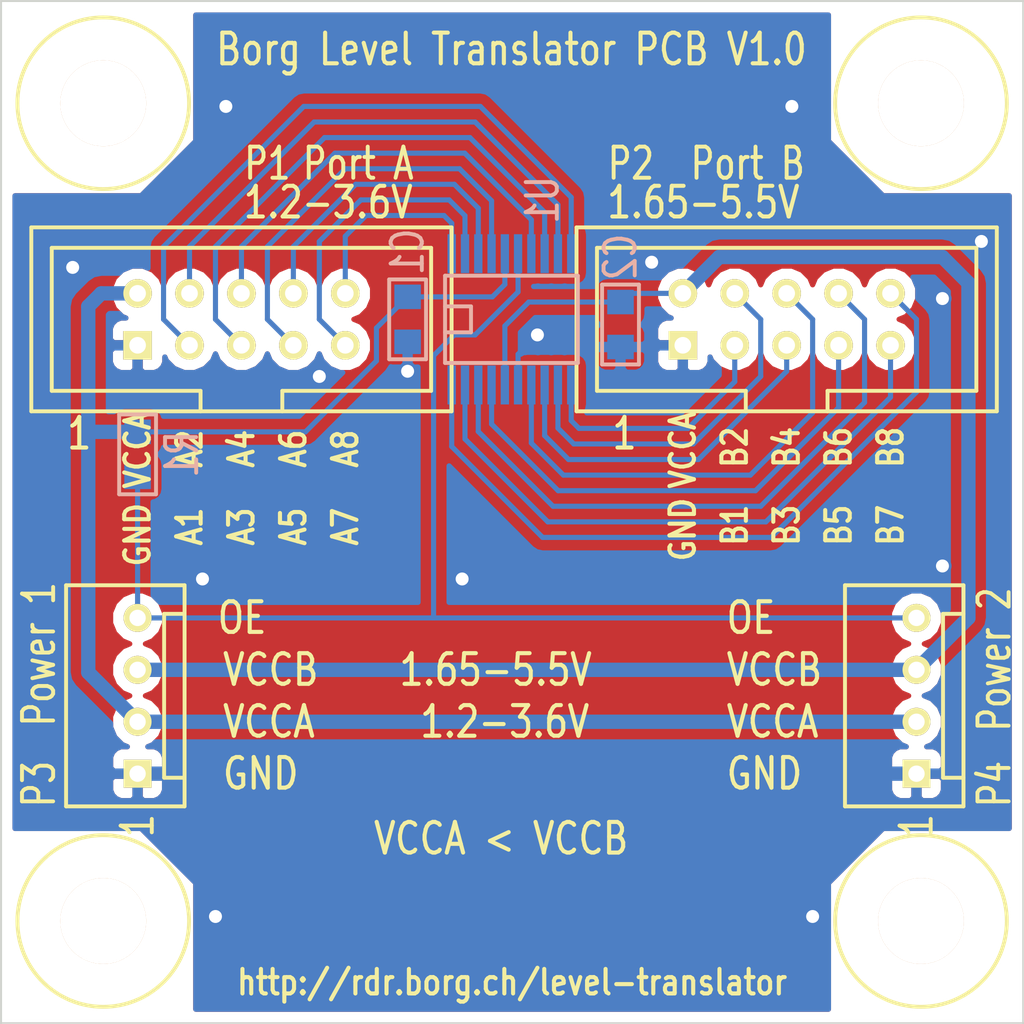
<source format=kicad_pcb>
(kicad_pcb (version 4) (host pcbnew 4.0.2+dfsg1-stable)

  (general
    (links 48)
    (no_connects 0)
    (area 99.949999 98.36745 150.050001 150.050001)
    (thickness 1.6)
    (drawings 41)
    (tracks 128)
    (zones 0)
    (modules 26)
    (nets 21)
  )

  (page A4)
  (layers
    (0 F.Cu signal)
    (31 B.Cu signal)
    (32 B.Adhes user)
    (33 F.Adhes user)
    (34 B.Paste user)
    (35 F.Paste user)
    (36 B.SilkS user)
    (37 F.SilkS user)
    (38 B.Mask user)
    (39 F.Mask user)
    (40 Dwgs.User user)
    (41 Cmts.User user)
    (42 Eco1.User user)
    (43 Eco2.User user)
    (44 Edge.Cuts user)
    (45 Margin user)
    (46 B.CrtYd user)
    (47 F.CrtYd user)
    (48 B.Fab user)
    (49 F.Fab user)
  )

  (setup
    (last_trace_width 0.25)
    (user_trace_width 0.25)
    (trace_clearance 0.2)
    (zone_clearance 0.508)
    (zone_45_only no)
    (trace_min 0.2)
    (segment_width 0.2)
    (edge_width 0.1)
    (via_size 0.6)
    (via_drill 0.4)
    (via_min_size 0.4)
    (via_min_drill 0.3)
    (uvia_size 0.3)
    (uvia_drill 0.1)
    (uvias_allowed no)
    (uvia_min_size 0.2)
    (uvia_min_drill 0.1)
    (pcb_text_width 0.3)
    (pcb_text_size 1.5 1.5)
    (mod_edge_width 0.15)
    (mod_text_size 1 1)
    (mod_text_width 0.15)
    (pad_size 1.5 1.5)
    (pad_drill 0.6)
    (pad_to_mask_clearance 0)
    (aux_axis_origin 0 0)
    (visible_elements FFFFFF7F)
    (pcbplotparams
      (layerselection 0x010fc_80000001)
      (usegerberextensions false)
      (excludeedgelayer true)
      (linewidth 0.100000)
      (plotframeref false)
      (viasonmask false)
      (mode 1)
      (useauxorigin false)
      (hpglpennumber 1)
      (hpglpenspeed 20)
      (hpglpendiameter 15)
      (hpglpenoverlay 2)
      (psnegative false)
      (psa4output false)
      (plotreference true)
      (plotvalue true)
      (plotinvisibletext false)
      (padsonsilk false)
      (subtractmaskfromsilk false)
      (outputformat 1)
      (mirror false)
      (drillshape 0)
      (scaleselection 1)
      (outputdirectory production))
  )

  (net 0 "")
  (net 1 GND)
  (net 2 "Net-(P1-Pad3)")
  (net 3 "Net-(P1-Pad5)")
  (net 4 "Net-(P1-Pad7)")
  (net 5 "Net-(P1-Pad9)")
  (net 6 /VCCA)
  (net 7 "Net-(P1-Pad4)")
  (net 8 "Net-(P1-Pad6)")
  (net 9 "Net-(P1-Pad8)")
  (net 10 "Net-(P1-Pad10)")
  (net 11 "Net-(P2-Pad3)")
  (net 12 "Net-(P2-Pad5)")
  (net 13 "Net-(P2-Pad7)")
  (net 14 "Net-(P2-Pad9)")
  (net 15 /VCCB)
  (net 16 "Net-(P2-Pad4)")
  (net 17 "Net-(P2-Pad6)")
  (net 18 "Net-(P2-Pad8)")
  (net 19 "Net-(P2-Pad10)")
  (net 20 /OE)

  (net_class Default "This is the default net class."
    (clearance 0.2)
    (trace_width 0.25)
    (via_dia 0.6)
    (via_drill 0.4)
    (uvia_dia 0.3)
    (uvia_drill 0.1)
    (add_net /OE)
    (add_net "Net-(P1-Pad10)")
    (add_net "Net-(P1-Pad3)")
    (add_net "Net-(P1-Pad4)")
    (add_net "Net-(P1-Pad5)")
    (add_net "Net-(P1-Pad6)")
    (add_net "Net-(P1-Pad7)")
    (add_net "Net-(P1-Pad8)")
    (add_net "Net-(P1-Pad9)")
    (add_net "Net-(P2-Pad10)")
    (add_net "Net-(P2-Pad3)")
    (add_net "Net-(P2-Pad4)")
    (add_net "Net-(P2-Pad5)")
    (add_net "Net-(P2-Pad6)")
    (add_net "Net-(P2-Pad7)")
    (add_net "Net-(P2-Pad8)")
    (add_net "Net-(P2-Pad9)")
  )

  (net_class Power ""
    (clearance 0.2)
    (trace_width 0.7)
    (via_dia 0.6)
    (via_drill 0.4)
    (uvia_dia 0.3)
    (uvia_drill 0.1)
    (add_net /VCCA)
    (add_net /VCCB)
    (add_net GND)
  )

  (module p_gen_conn:P_10_IDC (layer F.Cu) (tedit 57EDD03B) (tstamp 57B08537)
    (at 111.76 115.57)
    (descr "Module P_10_IDC, IDC connector, 10 pins")
    (path /57B084AC)
    (fp_text reference P1 (at 1.27 -7.62) (layer F.SilkS)
      (effects (font (size 1.524 1.143) (thickness 0.1905)))
    )
    (fp_text value "Port A" (at 5.715 -7.62) (layer F.SilkS)
      (effects (font (size 1.524 1.143) (thickness 0.1905)))
    )
    (fp_line (start -10.27938 4.49834) (end 10.27938 4.49834) (layer F.SilkS) (width 0.1905))
    (fp_line (start 10.27938 4.49834) (end 10.27938 -4.49834) (layer F.SilkS) (width 0.1905))
    (fp_line (start 10.27938 -4.49834) (end -10.27938 -4.49834) (layer F.SilkS) (width 0.1905))
    (fp_line (start -10.27938 -4.49834) (end -10.27938 4.49834) (layer F.SilkS) (width 0.1905))
    (fp_line (start 1.99898 4.49834) (end 1.99898 3.49758) (layer F.SilkS) (width 0.1905))
    (fp_line (start 1.99898 3.49758) (end 9.27862 3.49758) (layer F.SilkS) (width 0.1905))
    (fp_line (start 9.27862 3.49758) (end 9.27862 -3.49758) (layer F.SilkS) (width 0.1905))
    (fp_line (start 9.27862 -3.49758) (end -9.27862 -3.49758) (layer F.SilkS) (width 0.1905))
    (fp_line (start -9.27862 -3.49758) (end -9.27862 3.49758) (layer F.SilkS) (width 0.1905))
    (fp_line (start -9.27862 3.49758) (end -1.99898 3.49758) (layer F.SilkS) (width 0.1905))
    (fp_line (start -1.99898 3.49758) (end -1.99898 4.49834) (layer F.SilkS) (width 0.1905))
    (pad 1 thru_hole rect (at -5.08 1.27) (size 1.397 1.397) (drill 0.8128) (layers *.Cu *.Mask F.SilkS)
      (net 1 GND))
    (pad 3 thru_hole circle (at -2.54 1.27) (size 1.397 1.397) (drill 0.8128) (layers *.Cu *.Mask F.SilkS)
      (net 2 "Net-(P1-Pad3)"))
    (pad 5 thru_hole circle (at 0 1.27) (size 1.397 1.397) (drill 0.8128) (layers *.Cu *.Mask F.SilkS)
      (net 3 "Net-(P1-Pad5)"))
    (pad 7 thru_hole circle (at 2.54 1.27) (size 1.397 1.397) (drill 0.8128) (layers *.Cu *.Mask F.SilkS)
      (net 4 "Net-(P1-Pad7)"))
    (pad 9 thru_hole circle (at 5.08 1.27) (size 1.397 1.397) (drill 0.8128) (layers *.Cu *.Mask F.SilkS)
      (net 5 "Net-(P1-Pad9)"))
    (pad 2 thru_hole circle (at -5.08 -1.27) (size 1.397 1.397) (drill 0.8128) (layers *.Cu *.Mask F.SilkS)
      (net 6 /VCCA))
    (pad 4 thru_hole circle (at -2.54 -1.27) (size 1.397 1.397) (drill 0.8128) (layers *.Cu *.Mask F.SilkS)
      (net 7 "Net-(P1-Pad4)"))
    (pad 6 thru_hole circle (at 0 -1.27) (size 1.397 1.397) (drill 0.8128) (layers *.Cu *.Mask F.SilkS)
      (net 8 "Net-(P1-Pad6)"))
    (pad 8 thru_hole circle (at 2.54 -1.27) (size 1.397 1.397) (drill 0.8128) (layers *.Cu *.Mask F.SilkS)
      (net 9 "Net-(P1-Pad8)"))
    (pad 10 thru_hole circle (at 5.08 -1.27) (size 1.397 1.397) (drill 0.8128) (layers *.Cu *.Mask F.SilkS)
      (net 10 "Net-(P1-Pad10)"))
  )

  (module p_gen_conn:P_10_IDC (layer F.Cu) (tedit 57EDD046) (tstamp 57B08550)
    (at 138.43 115.57)
    (descr "Module P_10_IDC, IDC connector, 10 pins")
    (path /57B085B1)
    (fp_text reference P2 (at -7.62 -7.62) (layer F.SilkS)
      (effects (font (size 1.524 1.143) (thickness 0.1905)))
    )
    (fp_text value "Port B" (at -1.905 -7.62) (layer F.SilkS)
      (effects (font (size 1.524 1.143) (thickness 0.1905)))
    )
    (fp_line (start -10.27938 4.49834) (end 10.27938 4.49834) (layer F.SilkS) (width 0.1905))
    (fp_line (start 10.27938 4.49834) (end 10.27938 -4.49834) (layer F.SilkS) (width 0.1905))
    (fp_line (start 10.27938 -4.49834) (end -10.27938 -4.49834) (layer F.SilkS) (width 0.1905))
    (fp_line (start -10.27938 -4.49834) (end -10.27938 4.49834) (layer F.SilkS) (width 0.1905))
    (fp_line (start 1.99898 4.49834) (end 1.99898 3.49758) (layer F.SilkS) (width 0.1905))
    (fp_line (start 1.99898 3.49758) (end 9.27862 3.49758) (layer F.SilkS) (width 0.1905))
    (fp_line (start 9.27862 3.49758) (end 9.27862 -3.49758) (layer F.SilkS) (width 0.1905))
    (fp_line (start 9.27862 -3.49758) (end -9.27862 -3.49758) (layer F.SilkS) (width 0.1905))
    (fp_line (start -9.27862 -3.49758) (end -9.27862 3.49758) (layer F.SilkS) (width 0.1905))
    (fp_line (start -9.27862 3.49758) (end -1.99898 3.49758) (layer F.SilkS) (width 0.1905))
    (fp_line (start -1.99898 3.49758) (end -1.99898 4.49834) (layer F.SilkS) (width 0.1905))
    (pad 1 thru_hole rect (at -5.08 1.27) (size 1.397 1.397) (drill 0.8128) (layers *.Cu *.Mask F.SilkS)
      (net 1 GND))
    (pad 3 thru_hole circle (at -2.54 1.27) (size 1.397 1.397) (drill 0.8128) (layers *.Cu *.Mask F.SilkS)
      (net 11 "Net-(P2-Pad3)"))
    (pad 5 thru_hole circle (at 0 1.27) (size 1.397 1.397) (drill 0.8128) (layers *.Cu *.Mask F.SilkS)
      (net 12 "Net-(P2-Pad5)"))
    (pad 7 thru_hole circle (at 2.54 1.27) (size 1.397 1.397) (drill 0.8128) (layers *.Cu *.Mask F.SilkS)
      (net 13 "Net-(P2-Pad7)"))
    (pad 9 thru_hole circle (at 5.08 1.27) (size 1.397 1.397) (drill 0.8128) (layers *.Cu *.Mask F.SilkS)
      (net 14 "Net-(P2-Pad9)"))
    (pad 2 thru_hole circle (at -5.08 -1.27) (size 1.397 1.397) (drill 0.8128) (layers *.Cu *.Mask F.SilkS)
      (net 15 /VCCB))
    (pad 4 thru_hole circle (at -2.54 -1.27) (size 1.397 1.397) (drill 0.8128) (layers *.Cu *.Mask F.SilkS)
      (net 16 "Net-(P2-Pad4)"))
    (pad 6 thru_hole circle (at 0 -1.27) (size 1.397 1.397) (drill 0.8128) (layers *.Cu *.Mask F.SilkS)
      (net 17 "Net-(P2-Pad6)"))
    (pad 8 thru_hole circle (at 2.54 -1.27) (size 1.397 1.397) (drill 0.8128) (layers *.Cu *.Mask F.SilkS)
      (net 18 "Net-(P2-Pad8)"))
    (pad 10 thru_hole circle (at 5.08 -1.27) (size 1.397 1.397) (drill 0.8128) (layers *.Cu *.Mask F.SilkS)
      (net 19 "Net-(P2-Pad10)"))
  )

  (module p_gen_conn:P_4_KF2510 (layer F.Cu) (tedit 57B09720) (tstamp 57B08560)
    (at 106.68 133.985 90)
    (descr "Module P_4_KF2510, KF2510 connector 4 pins")
    (path /57B09235)
    (fp_text reference P3 (at -4.318 -4.826 90) (layer F.SilkS)
      (effects (font (size 1.524 1.143) (thickness 0.1905)))
    )
    (fp_text value "Power 1" (at 2.032 -4.826 90) (layer F.SilkS)
      (effects (font (size 1.524 1.143) (thickness 0.1905)))
    )
    (fp_text user 1 (at -6.35 0 90) (layer F.SilkS)
      (effects (font (size 1.524 1.143) (thickness 0.1905)))
    )
    (fp_line (start -5.40766 2.2987) (end 5.40766 2.2987) (layer F.SilkS) (width 0.1905))
    (fp_line (start 5.40766 2.2987) (end 5.40766 -3.49758) (layer F.SilkS) (width 0.1905))
    (fp_line (start 5.40766 -3.49758) (end -5.40766 -3.49758) (layer F.SilkS) (width 0.1905))
    (fp_line (start -5.40766 -3.49758) (end -5.40766 2.2987) (layer F.SilkS) (width 0.1905))
    (fp_line (start -4.00812 2.2987) (end -4.00812 1.29794) (layer F.SilkS) (width 0.1905))
    (fp_line (start -4.00812 1.29794) (end 4.00812 1.29794) (layer F.SilkS) (width 0.1905))
    (fp_line (start 4.00812 1.29794) (end 4.00812 2.2987) (layer F.SilkS) (width 0.1905))
    (pad 1 thru_hole rect (at -3.81 0 90) (size 1.36906 1.36906) (drill 0.79756) (layers *.Cu *.Mask F.SilkS)
      (net 1 GND))
    (pad 2 thru_hole circle (at -1.27 0 90) (size 1.36906 1.36906) (drill 0.79756) (layers *.Cu *.Mask F.SilkS)
      (net 6 /VCCA))
    (pad 3 thru_hole circle (at 1.27 0 90) (size 1.36906 1.36906) (drill 0.79756) (layers *.Cu *.Mask F.SilkS)
      (net 15 /VCCB))
    (pad 4 thru_hole circle (at 3.81 0 90) (size 1.36906 1.36906) (drill 0.79756) (layers *.Cu *.Mask F.SilkS)
      (net 20 /OE))
  )

  (module p_gen_conn:P_4_KF2510 (layer F.Cu) (tedit 57B09724) (tstamp 57B08570)
    (at 144.78 133.985 90)
    (descr "Module P_4_KF2510, KF2510 connector 4 pins")
    (path /57B09BCB)
    (fp_text reference P4 (at -4.318 3.81 90) (layer F.SilkS)
      (effects (font (size 1.524 1.143) (thickness 0.1905)))
    )
    (fp_text value "Power 2" (at 1.778 3.81 90) (layer F.SilkS)
      (effects (font (size 1.524 1.143) (thickness 0.1905)))
    )
    (fp_text user 1 (at -6.35 0 90) (layer F.SilkS)
      (effects (font (size 1.524 1.143) (thickness 0.1905)))
    )
    (fp_line (start -5.40766 2.2987) (end 5.40766 2.2987) (layer F.SilkS) (width 0.1905))
    (fp_line (start 5.40766 2.2987) (end 5.40766 -3.49758) (layer F.SilkS) (width 0.1905))
    (fp_line (start 5.40766 -3.49758) (end -5.40766 -3.49758) (layer F.SilkS) (width 0.1905))
    (fp_line (start -5.40766 -3.49758) (end -5.40766 2.2987) (layer F.SilkS) (width 0.1905))
    (fp_line (start -4.00812 2.2987) (end -4.00812 1.29794) (layer F.SilkS) (width 0.1905))
    (fp_line (start -4.00812 1.29794) (end 4.00812 1.29794) (layer F.SilkS) (width 0.1905))
    (fp_line (start 4.00812 1.29794) (end 4.00812 2.2987) (layer F.SilkS) (width 0.1905))
    (pad 1 thru_hole rect (at -3.81 0 90) (size 1.36906 1.36906) (drill 0.79756) (layers *.Cu *.Mask F.SilkS)
      (net 1 GND))
    (pad 2 thru_hole circle (at -1.27 0 90) (size 1.36906 1.36906) (drill 0.79756) (layers *.Cu *.Mask F.SilkS)
      (net 6 /VCCA))
    (pad 3 thru_hole circle (at 1.27 0 90) (size 1.36906 1.36906) (drill 0.79756) (layers *.Cu *.Mask F.SilkS)
      (net 15 /VCCB))
    (pad 4 thru_hole circle (at 3.81 0 90) (size 1.36906 1.36906) (drill 0.79756) (layers *.Cu *.Mask F.SilkS)
      (net 20 /OE))
  )

  (module r_gen:R_SMT0805 (layer B.Cu) (tedit 200000) (tstamp 57B0857A)
    (at 106.68 122.174 270)
    (descr "Module R_SMT0805, length 3400 pad length 1200 width 1300")
    (path /57B09128)
    (fp_text reference R1 (at 0 -2.1717 270) (layer B.SilkS)
      (effects (font (size 1.524 1.143) (thickness 0.1905)) (justify mirror))
    )
    (fp_text value 10k (at 0 2.1717 270) (layer B.SilkS) hide
      (effects (font (size 1.524 1.143) (thickness 0.1905)) (justify mirror))
    )
    (fp_line (start -1.95326 -0.9017) (end 1.95326 -0.9017) (layer B.SilkS) (width 0.1905))
    (fp_line (start 1.95326 -0.9017) (end 1.95326 0.9017) (layer B.SilkS) (width 0.1905))
    (fp_line (start 1.95326 0.9017) (end -1.95326 0.9017) (layer B.SilkS) (width 0.1905))
    (fp_line (start -1.95326 0.9017) (end -1.95326 -0.9017) (layer B.SilkS) (width 0.1905))
    (pad 1 smd rect (at -1.09982 0 270) (size 1.19888 1.29794) (layers B.Cu B.Paste B.Mask)
      (net 6 /VCCA))
    (pad 2 smd rect (at 1.09982 0 270) (size 1.19888 1.29794) (layers B.Cu B.Paste B.Mask)
      (net 20 /OE))
  )

  (module u_gen_smt:U_20_SSOP65 (layer B.Cu) (tedit 57B08D78) (tstamp 57B08599)
    (at 124.968 115.57)
    (descr "Module SSOP65, 20 Pins")
    (tags SSOP65)
    (path /57B077CC)
    (fp_text reference U1 (at 1.524 -5.842 270) (layer B.SilkS)
      (effects (font (size 1.524 1.143) (thickness 0.1905)) (justify mirror))
    )
    (fp_text value TXB0108 (at 4.9403 0) (layer B.SilkS) hide
      (effects (font (size 1.524 1.143) (thickness 0.1905)) (justify mirror))
    )
    (fp_line (start -3.24866 2.1336) (end 3.24866 2.1336) (layer B.SilkS) (width 0.1905))
    (fp_line (start 3.24866 2.1336) (end 3.24866 -2.1336) (layer B.SilkS) (width 0.1905))
    (fp_line (start 3.24866 -2.1336) (end -3.24866 -2.1336) (layer B.SilkS) (width 0.1905))
    (fp_line (start -3.24866 -2.1336) (end -3.24866 2.1336) (layer B.SilkS) (width 0.1905))
    (fp_line (start -3.24866 0.635) (end -1.97866 0.635) (layer B.SilkS) (width 0.1905))
    (fp_line (start -1.97866 0.635) (end -1.97866 -0.635) (layer B.SilkS) (width 0.1905))
    (fp_line (start -1.97866 -0.635) (end -3.24866 -0.635) (layer B.SilkS) (width 0.1905))
    (pad 1 smd rect (at -2.92354 -3.21056) (size 0.4064 1.905) (layers B.Cu B.Paste B.Mask)
      (net 10 "Net-(P1-Pad10)"))
    (pad 2 smd rect (at -2.2733 -3.21056) (size 0.4064 1.905) (layers B.Cu B.Paste B.Mask)
      (net 5 "Net-(P1-Pad9)"))
    (pad 3 smd rect (at -1.62306 -3.21056) (size 0.4064 1.905) (layers B.Cu B.Paste B.Mask)
      (net 9 "Net-(P1-Pad8)"))
    (pad 4 smd rect (at -0.97282 -3.21056) (size 0.4064 1.905) (layers B.Cu B.Paste B.Mask)
      (net 4 "Net-(P1-Pad7)"))
    (pad 5 smd rect (at -0.32258 -3.21056) (size 0.4064 1.905) (layers B.Cu B.Paste B.Mask)
      (net 6 /VCCA))
    (pad 6 smd rect (at 0.32258 -3.21056) (size 0.4064 1.905) (layers B.Cu B.Paste B.Mask)
      (net 20 /OE))
    (pad 7 smd rect (at 0.97282 -3.21056) (size 0.4064 1.905) (layers B.Cu B.Paste B.Mask)
      (net 8 "Net-(P1-Pad6)"))
    (pad 8 smd rect (at 1.62306 -3.21056) (size 0.4064 1.905) (layers B.Cu B.Paste B.Mask)
      (net 3 "Net-(P1-Pad5)"))
    (pad 9 smd rect (at 2.2733 -3.21056) (size 0.4064 1.905) (layers B.Cu B.Paste B.Mask)
      (net 7 "Net-(P1-Pad4)"))
    (pad 10 smd rect (at 2.92354 -3.21056) (size 0.4064 1.905) (layers B.Cu B.Paste B.Mask)
      (net 2 "Net-(P1-Pad3)"))
    (pad 11 smd rect (at 2.92354 3.21056) (size 0.4064 1.905) (layers B.Cu B.Paste B.Mask)
      (net 11 "Net-(P2-Pad3)"))
    (pad 12 smd rect (at 2.2733 3.21056) (size 0.4064 1.905) (layers B.Cu B.Paste B.Mask)
      (net 16 "Net-(P2-Pad4)"))
    (pad 13 smd rect (at 1.62306 3.21056) (size 0.4064 1.905) (layers B.Cu B.Paste B.Mask)
      (net 12 "Net-(P2-Pad5)"))
    (pad 14 smd rect (at 0.97282 3.21056) (size 0.4064 1.905) (layers B.Cu B.Paste B.Mask)
      (net 17 "Net-(P2-Pad6)"))
    (pad 15 smd rect (at 0.32258 3.21056) (size 0.4064 1.905) (layers B.Cu B.Paste B.Mask)
      (net 1 GND))
    (pad 16 smd rect (at -0.32258 3.21056) (size 0.4064 1.905) (layers B.Cu B.Paste B.Mask)
      (net 15 /VCCB))
    (pad 17 smd rect (at -0.97282 3.21056) (size 0.4064 1.905) (layers B.Cu B.Paste B.Mask)
      (net 13 "Net-(P2-Pad7)"))
    (pad 18 smd rect (at -1.62306 3.21056) (size 0.4064 1.905) (layers B.Cu B.Paste B.Mask)
      (net 18 "Net-(P2-Pad8)"))
    (pad 19 smd rect (at -2.2733 3.21056) (size 0.4064 1.905) (layers B.Cu B.Paste B.Mask)
      (net 14 "Net-(P2-Pad9)"))
    (pad 20 smd rect (at -2.92354 3.21056) (size 0.4064 1.905) (layers B.Cu B.Paste B.Mask)
      (net 19 "Net-(P2-Pad10)"))
  )

  (module mech_gen:HOLE_4_2MM_8_4 (layer F.Cu) (tedit 57B0861A) (tstamp 57B0862F)
    (at 105 105)
    (descr "Module HOLE_4_2MM_8_4, hole 4.200000MM, space 8.400000")
    (path /57B0A7B8)
    (fp_text reference M1 (at 0 -5.08) (layer F.SilkS) hide
      (effects (font (size 1.524 1.143) (thickness 0.1905)))
    )
    (fp_text value HOLE (at 0 0) (layer F.SilkS) hide
      (effects (font (thickness 0.15)))
    )
    (fp_circle (center 0 0) (end 4.19862 0) (layer F.SilkS) (width 0.1905))
    (pad "" np_thru_hole circle (at 0 0) (size 4.19862 4.19862) (drill 4.19862) (layers *.Cu *.SilkS *.Mask))
  )

  (module mech_gen:HOLE_4_2MM_8_4 (layer F.Cu) (tedit 57B08613) (tstamp 57B08635)
    (at 145 105)
    (descr "Module HOLE_4_2MM_8_4, hole 4.200000MM, space 8.400000")
    (path /57B0AB81)
    (fp_text reference M2 (at 0 -5.08) (layer F.SilkS) hide
      (effects (font (size 1.524 1.143) (thickness 0.1905)))
    )
    (fp_text value HOLE (at 0 0) (layer F.SilkS) hide
      (effects (font (thickness 0.15)))
    )
    (fp_circle (center 0 0) (end 4.19862 0) (layer F.SilkS) (width 0.1905))
    (pad "" np_thru_hole circle (at 0 0) (size 4.19862 4.19862) (drill 4.19862) (layers *.Cu *.SilkS *.Mask))
  )

  (module mech_gen:HOLE_4_2MM_8_4 (layer F.Cu) (tedit 57B085FB) (tstamp 57B0863B)
    (at 105 145)
    (descr "Module HOLE_4_2MM_8_4, hole 4.200000MM, space 8.400000")
    (path /57B0ABB3)
    (fp_text reference M3 (at 0 -5.08) (layer F.SilkS) hide
      (effects (font (size 1.524 1.143) (thickness 0.1905)))
    )
    (fp_text value HOLE (at 0 0) (layer F.SilkS) hide
      (effects (font (thickness 0.15)))
    )
    (fp_circle (center 0 0) (end 4.19862 0) (layer F.SilkS) (width 0.1905))
    (pad "" np_thru_hole circle (at 0 0) (size 4.19862 4.19862) (drill 4.19862) (layers *.Cu *.SilkS *.Mask))
  )

  (module mech_gen:HOLE_4_2MM_8_4 (layer F.Cu) (tedit 57B08607) (tstamp 57B08641)
    (at 145 145)
    (descr "Module HOLE_4_2MM_8_4, hole 4.200000MM, space 8.400000")
    (path /57B0ABB9)
    (fp_text reference M4 (at 0 -5.08) (layer F.SilkS) hide
      (effects (font (size 1.524 1.143) (thickness 0.1905)))
    )
    (fp_text value HOLE (at 0 0) (layer F.SilkS) hide
      (effects (font (thickness 0.15)))
    )
    (fp_circle (center 0 0) (end 4.19862 0) (layer F.SilkS) (width 0.1905))
    (pad "" np_thru_hole circle (at 0 0) (size 4.19862 4.19862) (drill 4.19862) (layers *.Cu *.SilkS *.Mask))
  )

  (module c_gen:C_SMT0805 (layer B.Cu) (tedit 57B08D62) (tstamp 57B08BB3)
    (at 119.888 115.57 270)
    (descr "Module C_SMT0805, length 3400 pad length 1200 width 1300")
    (path /57B0B3F6)
    (fp_text reference C1 (at -3.302 0 270) (layer B.SilkS)
      (effects (font (size 1.524 1.143) (thickness 0.1905)) (justify mirror))
    )
    (fp_text value 100n (at 0 2.1717 270) (layer B.SilkS) hide
      (effects (font (size 1.524 1.143) (thickness 0.1905)) (justify mirror))
    )
    (fp_line (start -1.95326 -0.9017) (end 1.95326 -0.9017) (layer B.SilkS) (width 0.1905))
    (fp_line (start 1.95326 -0.9017) (end 1.95326 0.9017) (layer B.SilkS) (width 0.1905))
    (fp_line (start 1.95326 0.9017) (end -1.95326 0.9017) (layer B.SilkS) (width 0.1905))
    (fp_line (start -1.95326 0.9017) (end -1.95326 -0.9017) (layer B.SilkS) (width 0.1905))
    (pad 1 smd rect (at -1.09982 0 270) (size 1.19888 1.29794) (layers B.Cu B.Paste B.Mask)
      (net 6 /VCCA))
    (pad 2 smd rect (at 1.09982 0 270) (size 1.19888 1.29794) (layers B.Cu B.Paste B.Mask)
      (net 1 GND))
  )

  (module c_gen:C_SMT0805 (layer B.Cu) (tedit 57B08D5F) (tstamp 57B08BBD)
    (at 130.302 115.824 270)
    (descr "Module C_SMT0805, length 3400 pad length 1200 width 1300")
    (path /57B0B563)
    (fp_text reference C2 (at -3.302 0 270) (layer B.SilkS)
      (effects (font (size 1.524 1.143) (thickness 0.1905)) (justify mirror))
    )
    (fp_text value 100n (at 0 2.1717 270) (layer B.SilkS) hide
      (effects (font (size 1.524 1.143) (thickness 0.1905)) (justify mirror))
    )
    (fp_line (start -1.95326 -0.9017) (end 1.95326 -0.9017) (layer B.SilkS) (width 0.1905))
    (fp_line (start 1.95326 -0.9017) (end 1.95326 0.9017) (layer B.SilkS) (width 0.1905))
    (fp_line (start 1.95326 0.9017) (end -1.95326 0.9017) (layer B.SilkS) (width 0.1905))
    (fp_line (start -1.95326 0.9017) (end -1.95326 -0.9017) (layer B.SilkS) (width 0.1905))
    (pad 1 smd rect (at -1.09982 0 270) (size 1.19888 1.29794) (layers B.Cu B.Paste B.Mask)
      (net 15 /VCCB))
    (pad 2 smd rect (at 1.09982 0 270) (size 1.19888 1.29794) (layers B.Cu B.Paste B.Mask)
      (net 1 GND))
  )

  (module misc:VIA25MIL (layer F.Cu) (tedit 566AE81A) (tstamp 57B08E55)
    (at 119.888 118.11)
    (path /57B0B9D6)
    (fp_text reference V1 (at 0.127 -1.27) (layer F.SilkS) hide
      (effects (font (size 1 1) (thickness 0.15)))
    )
    (fp_text value VIA (at 0 1.397) (layer F.SilkS) hide
      (effects (font (size 1 1) (thickness 0.15)))
    )
    (pad 0 thru_hole circle (at 0 0) (size 0.889 0.889) (drill 0.635) (layers *.Cu)
      (net 1 GND) (zone_connect 2))
  )

  (module misc:VIA25MIL (layer F.Cu) (tedit 566AE81A) (tstamp 57B08E5A)
    (at 110.49 144.78)
    (path /57B0BA5C)
    (fp_text reference V2 (at 0.127 -1.27) (layer F.SilkS) hide
      (effects (font (size 1 1) (thickness 0.15)))
    )
    (fp_text value VIA (at 0 1.397) (layer F.SilkS) hide
      (effects (font (size 1 1) (thickness 0.15)))
    )
    (pad 0 thru_hole circle (at 0 0) (size 0.889 0.889) (drill 0.635) (layers *.Cu)
      (net 1 GND) (zone_connect 2))
  )

  (module misc:VIA25MIL (layer F.Cu) (tedit 566AE81A) (tstamp 57B08E5F)
    (at 110.998 105.156)
    (path /57B0BA8C)
    (fp_text reference V3 (at 0.127 -1.27) (layer F.SilkS) hide
      (effects (font (size 1 1) (thickness 0.15)))
    )
    (fp_text value VIA (at 0 1.397) (layer F.SilkS) hide
      (effects (font (size 1 1) (thickness 0.15)))
    )
    (pad 0 thru_hole circle (at 0 0) (size 0.889 0.889) (drill 0.635) (layers *.Cu)
      (net 1 GND) (zone_connect 2))
  )

  (module misc:VIA25MIL (layer F.Cu) (tedit 566AE81A) (tstamp 57B08E64)
    (at 147.955 111.76)
    (path /57B0BA92)
    (fp_text reference V4 (at 0.127 -1.27) (layer F.SilkS) hide
      (effects (font (size 1 1) (thickness 0.15)))
    )
    (fp_text value VIA (at 0 1.397) (layer F.SilkS) hide
      (effects (font (size 1 1) (thickness 0.15)))
    )
    (pad 0 thru_hole circle (at 0 0) (size 0.889 0.889) (drill 0.635) (layers *.Cu)
      (net 1 GND) (zone_connect 2))
  )

  (module misc:VIA25MIL (layer F.Cu) (tedit 566AE81A) (tstamp 57B08E69)
    (at 115.57 118.364)
    (path /57B0BB08)
    (fp_text reference V5 (at 0.127 -1.27) (layer F.SilkS) hide
      (effects (font (size 1 1) (thickness 0.15)))
    )
    (fp_text value VIA (at 0 1.397) (layer F.SilkS) hide
      (effects (font (size 1 1) (thickness 0.15)))
    )
    (pad 0 thru_hole circle (at 0 0) (size 0.889 0.889) (drill 0.635) (layers *.Cu)
      (net 1 GND) (zone_connect 2))
  )

  (module misc:VIA25MIL (layer F.Cu) (tedit 566AE81A) (tstamp 57B08E6E)
    (at 109.855 128.27)
    (path /57B0BB0E)
    (fp_text reference V6 (at 0.127 -1.27) (layer F.SilkS) hide
      (effects (font (size 1 1) (thickness 0.15)))
    )
    (fp_text value VIA (at 0 1.397) (layer F.SilkS) hide
      (effects (font (size 1 1) (thickness 0.15)))
    )
    (pad 0 thru_hole circle (at 0 0) (size 0.889 0.889) (drill 0.635) (layers *.Cu)
      (net 1 GND) (zone_connect 2))
  )

  (module misc:VIA25MIL (layer F.Cu) (tedit 566AE81A) (tstamp 57B08E73)
    (at 126.238 116.332)
    (path /57B0BB14)
    (fp_text reference V7 (at 0.127 -1.27) (layer F.SilkS) hide
      (effects (font (size 1 1) (thickness 0.15)))
    )
    (fp_text value VIA (at 0 1.397) (layer F.SilkS) hide
      (effects (font (size 1 1) (thickness 0.15)))
    )
    (pad 0 thru_hole circle (at 0 0) (size 0.889 0.889) (drill 0.635) (layers *.Cu)
      (net 1 GND) (zone_connect 2))
  )

  (module misc:VIA25MIL (layer F.Cu) (tedit 566AE81A) (tstamp 57B08E78)
    (at 122.555 128.27)
    (path /57B0BB1A)
    (fp_text reference V8 (at 0.127 -1.27) (layer F.SilkS) hide
      (effects (font (size 1 1) (thickness 0.15)))
    )
    (fp_text value VIA (at 0 1.397) (layer F.SilkS) hide
      (effects (font (size 1 1) (thickness 0.15)))
    )
    (pad 0 thru_hole circle (at 0 0) (size 0.889 0.889) (drill 0.635) (layers *.Cu)
      (net 1 GND) (zone_connect 2))
  )

  (module misc:VIA25MIL (layer F.Cu) (tedit 566AE81A) (tstamp 57B08E7D)
    (at 146.05 127.635)
    (path /57B0BCB3)
    (fp_text reference V9 (at 0.127 -1.27) (layer F.SilkS) hide
      (effects (font (size 1 1) (thickness 0.15)))
    )
    (fp_text value VIA (at 0 1.397) (layer F.SilkS) hide
      (effects (font (size 1 1) (thickness 0.15)))
    )
    (pad 0 thru_hole circle (at 0 0) (size 0.889 0.889) (drill 0.635) (layers *.Cu)
      (net 1 GND) (zone_connect 2))
  )

  (module misc:VIA25MIL (layer F.Cu) (tedit 566AE81A) (tstamp 57B08E82)
    (at 103.505 113.03)
    (path /57B0BCB9)
    (fp_text reference V10 (at 0.127 -1.27) (layer F.SilkS) hide
      (effects (font (size 1 1) (thickness 0.15)))
    )
    (fp_text value VIA (at 0 1.397) (layer F.SilkS) hide
      (effects (font (size 1 1) (thickness 0.15)))
    )
    (pad 0 thru_hole circle (at 0 0) (size 0.889 0.889) (drill 0.635) (layers *.Cu)
      (net 1 GND) (zone_connect 2))
  )

  (module misc:VIA25MIL (layer F.Cu) (tedit 566AE81A) (tstamp 57B08E87)
    (at 138.684 105.156)
    (path /57B0BCBF)
    (fp_text reference V11 (at 0.127 -1.27) (layer F.SilkS) hide
      (effects (font (size 1 1) (thickness 0.15)))
    )
    (fp_text value VIA (at 0 1.397) (layer F.SilkS) hide
      (effects (font (size 1 1) (thickness 0.15)))
    )
    (pad 0 thru_hole circle (at 0 0) (size 0.889 0.889) (drill 0.635) (layers *.Cu)
      (net 1 GND) (zone_connect 2))
  )

  (module misc:VIA25MIL (layer F.Cu) (tedit 566AE81A) (tstamp 57B08E8C)
    (at 139.7 144.78)
    (path /57B0BCC5)
    (fp_text reference V12 (at 0.127 -1.27) (layer F.SilkS) hide
      (effects (font (size 1 1) (thickness 0.15)))
    )
    (fp_text value VIA (at 0 1.397) (layer F.SilkS) hide
      (effects (font (size 1 1) (thickness 0.15)))
    )
    (pad 0 thru_hole circle (at 0 0) (size 0.889 0.889) (drill 0.635) (layers *.Cu)
      (net 1 GND) (zone_connect 2))
  )

  (module misc:VIA25MIL (layer F.Cu) (tedit 566AE81A) (tstamp 57B08E91)
    (at 146.05 114.554)
    (path /57B0BCFF)
    (fp_text reference V13 (at 0.127 -1.27) (layer F.SilkS) hide
      (effects (font (size 1 1) (thickness 0.15)))
    )
    (fp_text value VIA (at 0 1.397) (layer F.SilkS) hide
      (effects (font (size 1 1) (thickness 0.15)))
    )
    (pad 0 thru_hole circle (at 0 0) (size 0.889 0.889) (drill 0.635) (layers *.Cu)
      (net 1 GND) (zone_connect 2))
  )

  (module misc:VIA25MIL (layer F.Cu) (tedit 566AE81A) (tstamp 57B08E96)
    (at 131.826 112.776)
    (path /57B0BD05)
    (fp_text reference V14 (at 0.127 -1.27) (layer F.SilkS) hide
      (effects (font (size 1 1) (thickness 0.15)))
    )
    (fp_text value VIA (at 0 1.397) (layer F.SilkS) hide
      (effects (font (size 1 1) (thickness 0.15)))
    )
    (pad 0 thru_hole circle (at 0 0) (size 0.889 0.889) (drill 0.635) (layers *.Cu)
      (net 1 GND) (zone_connect 2))
  )

  (gr_text "VCCA < VCCB" (at 124.46 140.97) (layer F.SilkS)
    (effects (font (size 1.5 1.2) (thickness 0.2)))
  )
  (gr_text http://rdr.borg.ch/level-translator (at 125 148) (layer F.SilkS)
    (effects (font (size 1.2 1) (thickness 0.2)))
  )
  (gr_text 1.2-3.6V (at 111.76 109.855) (layer F.SilkS)
    (effects (font (size 1.5 1.2) (thickness 0.2)) (justify left))
  )
  (gr_text 1.65-5.5V (at 129.54 109.855) (layer F.SilkS)
    (effects (font (size 1.5 1.2) (thickness 0.2)) (justify left))
  )
  (gr_text 1.65-5.5V (at 119.38 132.715) (layer F.SilkS)
    (effects (font (size 1.5 1.2) (thickness 0.2)) (justify left))
  )
  (gr_text 1 (at 129.794 121.158) (layer F.SilkS)
    (effects (font (size 1.5 1.2) (thickness 0.2)) (justify left))
  )
  (gr_text 1 (at 103.124 121.158) (layer F.SilkS)
    (effects (font (size 1.5 1.2) (thickness 0.2)) (justify left))
  )
  (gr_text GND (at 133.35 127.508 90) (layer F.SilkS)
    (effects (font (size 1.2 1) (thickness 0.2)) (justify left))
  )
  (gr_text VCCA (at 133.35 123.952 90) (layer F.SilkS) (tstamp 57B096CC)
    (effects (font (size 1.2 1) (thickness 0.2)) (justify left))
  )
  (gr_text B1 (at 135.89 126.746 90) (layer F.SilkS) (tstamp 57B096CB)
    (effects (font (size 1.2 1) (thickness 0.2)) (justify left))
  )
  (gr_text B2 (at 135.89 122.936 90) (layer F.SilkS) (tstamp 57B096CA)
    (effects (font (size 1.2 1) (thickness 0.2)) (justify left))
  )
  (gr_text B5 (at 140.97 126.746 90) (layer F.SilkS) (tstamp 57B096C9)
    (effects (font (size 1.2 1) (thickness 0.2)) (justify left))
  )
  (gr_text B6 (at 140.97 122.936 90) (layer F.SilkS) (tstamp 57B096C8)
    (effects (font (size 1.2 1) (thickness 0.2)) (justify left))
  )
  (gr_text B7 (at 143.51 126.746 90) (layer F.SilkS) (tstamp 57B096C7)
    (effects (font (size 1.2 1) (thickness 0.2)) (justify left))
  )
  (gr_text B8 (at 143.51 122.936 90) (layer F.SilkS) (tstamp 57B096C6)
    (effects (font (size 1.2 1) (thickness 0.2)) (justify left))
  )
  (gr_text B4 (at 138.43 122.936 90) (layer F.SilkS) (tstamp 57B096C5)
    (effects (font (size 1.2 1) (thickness 0.2)) (justify left))
  )
  (gr_text B3 (at 138.43 126.746 90) (layer F.SilkS) (tstamp 57B096C4)
    (effects (font (size 1.2 1) (thickness 0.2)) (justify left))
  )
  (gr_text "Borg Level Translator PCB V1.0" (at 124.968 102.362) (layer F.SilkS)
    (effects (font (size 1.5 1.2) (thickness 0.2)))
  )
  (gr_text A3 (at 111.76 126.746 90) (layer F.SilkS) (tstamp 57B0954E)
    (effects (font (size 1.2 1) (thickness 0.2)) (justify left))
  )
  (gr_text A4 (at 111.76 122.936 90) (layer F.SilkS) (tstamp 57B0954D)
    (effects (font (size 1.2 1) (thickness 0.2)) (justify left))
  )
  (gr_text A8 (at 116.84 122.936 90) (layer F.SilkS) (tstamp 57B09545)
    (effects (font (size 1.2 1) (thickness 0.2)) (justify left))
  )
  (gr_text A7 (at 116.84 126.746 90) (layer F.SilkS) (tstamp 57B09544)
    (effects (font (size 1.2 1) (thickness 0.2)) (justify left))
  )
  (gr_text A6 (at 114.3 122.936 90) (layer F.SilkS) (tstamp 57B09540)
    (effects (font (size 1.2 1) (thickness 0.2)) (justify left))
  )
  (gr_text A5 (at 114.3 126.746 90) (layer F.SilkS) (tstamp 57B0953F)
    (effects (font (size 1.2 1) (thickness 0.2)) (justify left))
  )
  (gr_text A2 (at 109.22 122.936 90) (layer F.SilkS) (tstamp 57B0953C)
    (effects (font (size 1.2 1) (thickness 0.2)) (justify left))
  )
  (gr_text A1 (at 109.22 126.746 90) (layer F.SilkS) (tstamp 57B0953B)
    (effects (font (size 1.2 1) (thickness 0.2)) (justify left))
  )
  (gr_text GND (at 106.68 127.762 90) (layer F.SilkS) (tstamp 57B09538)
    (effects (font (size 1.2 1) (thickness 0.2)) (justify left))
  )
  (gr_text VCCA (at 106.68 123.952 90) (layer F.SilkS)
    (effects (font (size 1.2 1) (thickness 0.2)) (justify left))
  )
  (gr_text 1.2-3.6V (at 120.396 135.255) (layer F.SilkS)
    (effects (font (size 1.5 1.2) (thickness 0.2)) (justify left))
  )
  (gr_text OE (at 135.382 130.175) (layer F.SilkS)
    (effects (font (size 1.5 1.2) (thickness 0.2)) (justify left))
  )
  (gr_text VCCB (at 135.382 132.715) (layer F.SilkS) (tstamp 57B09031)
    (effects (font (size 1.5 1.2) (thickness 0.2)) (justify left))
  )
  (gr_text VCCA (at 135.382 135.255) (layer F.SilkS) (tstamp 57B09030)
    (effects (font (size 1.5 1.2) (thickness 0.2)) (justify left))
  )
  (gr_text GND (at 135.382 137.795) (layer F.SilkS) (tstamp 57B0902F)
    (effects (font (size 1.5 1.2) (thickness 0.2)) (justify left))
  )
  (gr_text GND (at 110.744 137.795) (layer F.SilkS)
    (effects (font (size 1.5 1.2) (thickness 0.2)) (justify left))
  )
  (gr_text VCCA (at 110.744 135.255) (layer F.SilkS) (tstamp 57B09027)
    (effects (font (size 1.5 1.2) (thickness 0.2)) (justify left))
  )
  (gr_text VCCB (at 110.744 132.715) (layer F.SilkS)
    (effects (font (size 1.5 1.2) (thickness 0.2)) (justify left))
  )
  (gr_text OE (at 110.49 130.175) (layer F.SilkS)
    (effects (font (size 1.5 1.2) (thickness 0.2)) (justify left))
  )
  (gr_line (start 100 150) (end 100 100) (angle 90) (layer Edge.Cuts) (width 0.1))
  (gr_line (start 150 150) (end 100 150) (angle 90) (layer Edge.Cuts) (width 0.1))
  (gr_line (start 150 100) (end 150 150) (angle 90) (layer Edge.Cuts) (width 0.1))
  (gr_line (start 100 100) (end 150 100) (angle 90) (layer Edge.Cuts) (width 0.1))

  (segment (start 106.68 137.795) (end 144.78 137.795) (width 0.7) (layer B.Cu) (net 1))
  (segment (start 125.29058 118.78056) (end 125.29058 117.27942) (width 0.25) (layer B.Cu) (net 1))
  (segment (start 125.29058 117.27942) (end 126.238 116.332) (width 0.25) (layer B.Cu) (net 1) (tstamp 57B091C3))
  (segment (start 133.35 116.84) (end 130.38582 116.84) (width 0.25) (layer B.Cu) (net 1))
  (segment (start 130.38582 116.84) (end 130.302 116.92382) (width 0.25) (layer B.Cu) (net 1) (tstamp 57B08BEC))
  (segment (start 107.95 115.57) (end 107.95 112.014) (width 0.25) (layer B.Cu) (net 2))
  (segment (start 109.22 116.84) (end 107.95 115.57) (width 0.25) (layer B.Cu) (net 2))
  (segment (start 127.89154 109.60354) (end 127.89154 112.35944) (width 0.25) (layer B.Cu) (net 2) (tstamp 57B08AEB))
  (segment (start 123.444 105.156) (end 127.89154 109.60354) (width 0.25) (layer B.Cu) (net 2) (tstamp 57B08AE7))
  (segment (start 114.808 105.156) (end 123.444 105.156) (width 0.25) (layer B.Cu) (net 2) (tstamp 57B08AE5))
  (segment (start 107.95 112.014) (end 114.808 105.156) (width 0.25) (layer B.Cu) (net 2) (tstamp 57B08AE1))
  (segment (start 110.49 115.57) (end 110.49 112.014) (width 0.25) (layer B.Cu) (net 3))
  (segment (start 111.76 116.84) (end 110.49 115.57) (width 0.25) (layer B.Cu) (net 3))
  (segment (start 126.59106 110.33506) (end 126.59106 112.35944) (width 0.25) (layer B.Cu) (net 3) (tstamp 57B08AD3))
  (segment (start 122.936 106.68) (end 126.59106 110.33506) (width 0.25) (layer B.Cu) (net 3) (tstamp 57B08AD1))
  (segment (start 115.824 106.68) (end 122.936 106.68) (width 0.25) (layer B.Cu) (net 3) (tstamp 57B08ACF))
  (segment (start 110.49 112.014) (end 115.824 106.68) (width 0.25) (layer B.Cu) (net 3) (tstamp 57B08ACD))
  (segment (start 113.03 115.57) (end 113.03 112.014) (width 0.25) (layer B.Cu) (net 4))
  (segment (start 114.3 116.84) (end 113.03 115.57) (width 0.25) (layer B.Cu) (net 4))
  (segment (start 123.99518 109.77118) (end 123.99518 112.35944) (width 0.25) (layer B.Cu) (net 4) (tstamp 57B08ABF))
  (segment (start 122.428 108.204) (end 123.99518 109.77118) (width 0.25) (layer B.Cu) (net 4) (tstamp 57B08ABD))
  (segment (start 116.84 108.204) (end 122.428 108.204) (width 0.25) (layer B.Cu) (net 4) (tstamp 57B08ABB))
  (segment (start 113.03 112.014) (end 116.84 108.204) (width 0.25) (layer B.Cu) (net 4) (tstamp 57B08AB9))
  (segment (start 115.57 115.57) (end 115.57 111.76) (width 0.25) (layer B.Cu) (net 5))
  (segment (start 116.84 116.84) (end 115.57 115.57) (width 0.25) (layer B.Cu) (net 5))
  (segment (start 122.6947 110.5027) (end 122.6947 112.35944) (width 0.25) (layer B.Cu) (net 5) (tstamp 57B08AAC))
  (segment (start 121.92 109.728) (end 122.6947 110.5027) (width 0.25) (layer B.Cu) (net 5) (tstamp 57B08AAA))
  (segment (start 117.602 109.728) (end 121.92 109.728) (width 0.25) (layer B.Cu) (net 5) (tstamp 57B08AA8))
  (segment (start 115.57 111.76) (end 117.602 109.728) (width 0.25) (layer B.Cu) (net 5) (tstamp 57B08AA6))
  (segment (start 106.68 121.07418) (end 104.267 121.07418) (width 0.7) (layer B.Cu) (net 6))
  (segment (start 104.267 121.07418) (end 104.267 121.031) (width 0.7) (layer B.Cu) (net 6) (tstamp 57EDCF6D))
  (segment (start 106.68 114.3) (end 104.902 114.3) (width 0.7) (layer B.Cu) (net 6))
  (segment (start 104.267 132.842) (end 106.68 135.255) (width 0.7) (layer B.Cu) (net 6) (tstamp 57EDCF69))
  (segment (start 104.267 114.935) (end 104.267 121.031) (width 0.7) (layer B.Cu) (net 6) (tstamp 57EDCF62))
  (segment (start 104.267 121.031) (end 104.267 132.842) (width 0.7) (layer B.Cu) (net 6) (tstamp 57EDCF71))
  (segment (start 104.902 114.3) (end 104.267 114.935) (width 0.7) (layer B.Cu) (net 6) (tstamp 57EDCF5E))
  (segment (start 144.78 135.255) (end 106.68 135.255) (width 0.7) (layer B.Cu) (net 6))
  (segment (start 106.68 121.07418) (end 114.89182 121.07418) (width 0.25) (layer B.Cu) (net 6))
  (segment (start 118.364 115.99418) (end 119.888 114.47018) (width 0.25) (layer B.Cu) (net 6) (tstamp 57B08CFB))
  (segment (start 118.364 117.602) (end 118.364 115.99418) (width 0.25) (layer B.Cu) (net 6) (tstamp 57B08CF9))
  (segment (start 114.89182 121.07418) (end 118.364 117.602) (width 0.25) (layer B.Cu) (net 6) (tstamp 57B08CE4))
  (segment (start 124.64542 112.35944) (end 124.64542 113.86058) (width 0.25) (layer B.Cu) (net 6))
  (segment (start 124.64542 113.86058) (end 124.03582 114.47018) (width 0.25) (layer B.Cu) (net 6) (tstamp 57B08CE0))
  (segment (start 124.03582 114.47018) (end 119.888 114.47018) (width 0.25) (layer B.Cu) (net 6) (tstamp 57B08CE1))
  (segment (start 106.59618 121.158) (end 106.68 121.07418) (width 0.7) (layer B.Cu) (net 6) (tstamp 57B08B7D))
  (segment (start 109.22 114.3) (end 109.22 112.014) (width 0.25) (layer B.Cu) (net 7))
  (segment (start 127.2413 109.9693) (end 127.2413 112.35944) (width 0.25) (layer B.Cu) (net 7) (tstamp 57B08ADD))
  (segment (start 123.19 105.918) (end 127.2413 109.9693) (width 0.25) (layer B.Cu) (net 7) (tstamp 57B08ADB))
  (segment (start 115.316 105.918) (end 123.19 105.918) (width 0.25) (layer B.Cu) (net 7) (tstamp 57B08AD9))
  (segment (start 109.22 112.014) (end 115.316 105.918) (width 0.25) (layer B.Cu) (net 7) (tstamp 57B08AD7))
  (segment (start 111.76 114.3) (end 111.76 112.014) (width 0.25) (layer B.Cu) (net 8))
  (segment (start 125.94082 110.70082) (end 125.94082 112.35944) (width 0.25) (layer B.Cu) (net 8) (tstamp 57B08AC9))
  (segment (start 122.682 107.442) (end 125.94082 110.70082) (width 0.25) (layer B.Cu) (net 8) (tstamp 57B08AC7))
  (segment (start 116.332 107.442) (end 122.682 107.442) (width 0.25) (layer B.Cu) (net 8) (tstamp 57B08AC5))
  (segment (start 111.76 112.014) (end 116.332 107.442) (width 0.25) (layer B.Cu) (net 8) (tstamp 57B08AC3))
  (segment (start 114.3 114.3) (end 114.3 112.014) (width 0.25) (layer B.Cu) (net 9))
  (segment (start 123.34494 110.13694) (end 123.34494 112.35944) (width 0.25) (layer B.Cu) (net 9) (tstamp 57B08AB5))
  (segment (start 122.174 108.966) (end 123.34494 110.13694) (width 0.25) (layer B.Cu) (net 9) (tstamp 57B08AB3))
  (segment (start 117.348 108.966) (end 122.174 108.966) (width 0.25) (layer B.Cu) (net 9) (tstamp 57B08AB1))
  (segment (start 114.3 112.014) (end 117.348 108.966) (width 0.25) (layer B.Cu) (net 9) (tstamp 57B08AAF))
  (segment (start 116.84 114.3) (end 116.84 111.506) (width 0.25) (layer B.Cu) (net 10))
  (segment (start 122.04446 110.86846) (end 122.04446 112.35944) (width 0.25) (layer B.Cu) (net 10) (tstamp 57B08AA3))
  (segment (start 121.666 110.49) (end 122.04446 110.86846) (width 0.25) (layer B.Cu) (net 10) (tstamp 57B08AA2))
  (segment (start 117.856 110.49) (end 121.666 110.49) (width 0.25) (layer B.Cu) (net 10) (tstamp 57B08AA0))
  (segment (start 116.84 111.506) (end 117.856 110.49) (width 0.25) (layer B.Cu) (net 10) (tstamp 57B08A9E))
  (segment (start 127.89154 118.78056) (end 127.89154 120.52554) (width 0.25) (layer B.Cu) (net 11))
  (segment (start 135.89 118.618) (end 135.89 116.84) (width 0.25) (layer B.Cu) (net 11) (tstamp 57B08AF3))
  (segment (start 133.604 120.904) (end 135.89 118.618) (width 0.25) (layer B.Cu) (net 11) (tstamp 57B08AF1))
  (segment (start 128.27 120.904) (end 133.604 120.904) (width 0.25) (layer B.Cu) (net 11) (tstamp 57B08AF0))
  (segment (start 127.89154 120.52554) (end 128.27 120.904) (width 0.25) (layer B.Cu) (net 11) (tstamp 57B08AEF))
  (segment (start 138.43 116.84) (end 138.43 118.11) (width 0.25) (layer B.Cu) (net 12))
  (segment (start 126.59106 121.25706) (end 126.59106 118.78056) (width 0.25) (layer B.Cu) (net 12) (tstamp 57B08B07))
  (segment (start 127.762 122.428) (end 126.59106 121.25706) (width 0.25) (layer B.Cu) (net 12) (tstamp 57B08B05))
  (segment (start 134.112 122.428) (end 127.762 122.428) (width 0.25) (layer B.Cu) (net 12) (tstamp 57B08B03))
  (segment (start 138.43 118.11) (end 134.112 122.428) (width 0.25) (layer B.Cu) (net 12) (tstamp 57B08B01))
  (segment (start 140.97 116.84) (end 140.97 119.888) (width 0.25) (layer B.Cu) (net 13))
  (segment (start 123.99518 120.69318) (end 123.99518 118.78056) (width 0.25) (layer B.Cu) (net 13) (tstamp 57B08B1D))
  (segment (start 127.254 123.952) (end 123.99518 120.69318) (width 0.25) (layer B.Cu) (net 13) (tstamp 57B08B1B))
  (segment (start 136.906 123.952) (end 127.254 123.952) (width 0.25) (layer B.Cu) (net 13) (tstamp 57B08B19))
  (segment (start 140.97 119.888) (end 136.906 123.952) (width 0.25) (layer B.Cu) (net 13) (tstamp 57B08B17))
  (segment (start 143.51 116.84) (end 143.51 119.38) (width 0.25) (layer B.Cu) (net 14))
  (segment (start 122.6947 121.4247) (end 122.6947 118.78056) (width 0.25) (layer B.Cu) (net 14) (tstamp 57B08B33))
  (segment (start 126.746 125.476) (end 122.6947 121.4247) (width 0.25) (layer B.Cu) (net 14) (tstamp 57B08B31))
  (segment (start 137.414 125.476) (end 126.746 125.476) (width 0.25) (layer B.Cu) (net 14) (tstamp 57B08B2F))
  (segment (start 143.51 119.38) (end 137.414 125.476) (width 0.25) (layer B.Cu) (net 14) (tstamp 57B08B2D))
  (segment (start 133.35 114.3) (end 135.128 112.522) (width 0.7) (layer B.Cu) (net 15))
  (segment (start 147.32 130.175) (end 144.78 132.715) (width 0.7) (layer B.Cu) (net 15) (tstamp 57EDCF9D))
  (segment (start 147.32 113.792) (end 147.32 130.175) (width 0.7) (layer B.Cu) (net 15) (tstamp 57EDCF97))
  (segment (start 146.05 112.522) (end 147.32 113.792) (width 0.7) (layer B.Cu) (net 15) (tstamp 57EDCF93))
  (segment (start 135.128 112.522) (end 146.05 112.522) (width 0.7) (layer B.Cu) (net 15) (tstamp 57EDCF8D))
  (segment (start 106.68 132.715) (end 144.78 132.715) (width 0.7) (layer B.Cu) (net 15))
  (segment (start 124.64542 118.78056) (end 124.64542 115.89258) (width 0.25) (layer B.Cu) (net 15))
  (segment (start 125.81382 114.72418) (end 130.302 114.72418) (width 0.25) (layer B.Cu) (net 15) (tstamp 57B08D3F))
  (segment (start 124.64542 115.89258) (end 125.81382 114.72418) (width 0.25) (layer B.Cu) (net 15) (tstamp 57B08D3A))
  (segment (start 133.35 114.3) (end 130.72618 114.3) (width 0.25) (layer B.Cu) (net 15))
  (segment (start 130.72618 114.3) (end 130.302 114.72418) (width 0.25) (layer B.Cu) (net 15) (tstamp 57B08BEF))
  (segment (start 135.89 114.3) (end 137.16 115.57) (width 0.25) (layer B.Cu) (net 16))
  (segment (start 127.2413 120.8913) (end 127.2413 118.78056) (width 0.25) (layer B.Cu) (net 16) (tstamp 57B08AFE))
  (segment (start 128.016 121.666) (end 127.2413 120.8913) (width 0.25) (layer B.Cu) (net 16) (tstamp 57B08AFD))
  (segment (start 133.858 121.666) (end 128.016 121.666) (width 0.25) (layer B.Cu) (net 16) (tstamp 57B08AFB))
  (segment (start 137.16 118.364) (end 133.858 121.666) (width 0.25) (layer B.Cu) (net 16) (tstamp 57B08AF9))
  (segment (start 137.16 115.57) (end 137.16 118.364) (width 0.25) (layer B.Cu) (net 16) (tstamp 57B08AF7))
  (segment (start 138.43 114.3) (end 139.7 115.57) (width 0.25) (layer B.Cu) (net 17))
  (segment (start 125.94082 121.62282) (end 125.94082 118.78056) (width 0.25) (layer B.Cu) (net 17) (tstamp 57B08B13))
  (segment (start 127.508 123.19) (end 125.94082 121.62282) (width 0.25) (layer B.Cu) (net 17) (tstamp 57B08B11))
  (segment (start 136.652 123.19) (end 127.508 123.19) (width 0.25) (layer B.Cu) (net 17) (tstamp 57B08B0F))
  (segment (start 139.7 120.142) (end 136.652 123.19) (width 0.25) (layer B.Cu) (net 17) (tstamp 57B08B0D))
  (segment (start 139.7 115.57) (end 139.7 120.142) (width 0.25) (layer B.Cu) (net 17) (tstamp 57B08B0B))
  (segment (start 140.97 114.3) (end 142.24 115.57) (width 0.25) (layer B.Cu) (net 18))
  (segment (start 123.34494 121.05894) (end 123.34494 118.78056) (width 0.25) (layer B.Cu) (net 18) (tstamp 57B08B29))
  (segment (start 127 124.714) (end 123.34494 121.05894) (width 0.25) (layer B.Cu) (net 18) (tstamp 57B08B27))
  (segment (start 137.16 124.714) (end 127 124.714) (width 0.25) (layer B.Cu) (net 18) (tstamp 57B08B25))
  (segment (start 142.24 119.634) (end 137.16 124.714) (width 0.25) (layer B.Cu) (net 18) (tstamp 57B08B23))
  (segment (start 142.24 115.57) (end 142.24 119.634) (width 0.25) (layer B.Cu) (net 18) (tstamp 57B08B21))
  (segment (start 143.51 114.3) (end 144.78 115.57) (width 0.25) (layer B.Cu) (net 19))
  (segment (start 122.04446 121.79046) (end 122.04446 118.78056) (width 0.25) (layer B.Cu) (net 19) (tstamp 57B08B49))
  (segment (start 126.492 126.238) (end 122.04446 121.79046) (width 0.25) (layer B.Cu) (net 19) (tstamp 57B08B47))
  (segment (start 137.668 126.238) (end 126.492 126.238) (width 0.25) (layer B.Cu) (net 19) (tstamp 57B08B45))
  (segment (start 144.78 119.126) (end 137.668 126.238) (width 0.25) (layer B.Cu) (net 19) (tstamp 57B08B43))
  (segment (start 144.78 115.57) (end 144.78 119.126) (width 0.25) (layer B.Cu) (net 19) (tstamp 57B08B41))
  (segment (start 106.68 123.27382) (end 106.68 130.175) (width 0.25) (layer B.Cu) (net 20))
  (segment (start 121.158 130.175) (end 121.158 117.348) (width 0.25) (layer B.Cu) (net 20))
  (segment (start 125.29058 114.23142) (end 125.29058 112.35944) (width 0.25) (layer B.Cu) (net 20) (tstamp 57B08D2F))
  (segment (start 123.19 116.332) (end 125.29058 114.23142) (width 0.25) (layer B.Cu) (net 20))
  (segment (start 122.174 116.332) (end 121.158 117.348) (width 0.25) (layer B.Cu) (net 20) (tstamp 57B08D0C))
  (segment (start 123.19 116.332) (end 122.174 116.332) (width 0.25) (layer B.Cu) (net 20) (tstamp 57B08D2D))
  (segment (start 144.78 130.175) (end 121.158 130.175) (width 0.25) (layer B.Cu) (net 20))
  (segment (start 121.158 130.175) (end 106.68 130.175) (width 0.25) (layer B.Cu) (net 20) (tstamp 57EDCF24))

  (zone (net 1) (net_name GND) (layer B.Cu) (tstamp 57B090E4) (hatch edge 0.508)
    (connect_pads (clearance 0.508))
    (min_thickness 0.254)
    (fill yes (arc_segments 16) (thermal_gap 0.508) (thermal_bridge_width 0.508))
    (polygon
      (pts
        (xy 100 109.4) (xy 106.8 109.4) (xy 109.4 106.8) (xy 109.4 100) (xy 140.6 100)
        (xy 140.6 106.8) (xy 143.2 109.4) (xy 150 109.4) (xy 150 140.6) (xy 143.2 140.6)
        (xy 140.6 143.2) (xy 140.6 150) (xy 109.4 150) (xy 109.4 143.2) (xy 106.8 140.6)
        (xy 100 140.6)
      )
    )
    (filled_polygon
      (pts
        (xy 140.473 106.8) (xy 140.483006 106.84941) (xy 140.510197 106.889803) (xy 143.110197 109.489803) (xy 143.152211 109.517666)
        (xy 143.2 109.527) (xy 149.315 109.527) (xy 149.315 140.473) (xy 143.2 140.473) (xy 143.15059 140.483006)
        (xy 143.110197 140.510197) (xy 140.510197 143.110197) (xy 140.482334 143.152211) (xy 140.473 143.2) (xy 140.473 149.315)
        (xy 109.527 149.315) (xy 109.527 143.2) (xy 109.516994 143.15059) (xy 109.489803 143.110197) (xy 106.889803 140.510197)
        (xy 106.847789 140.482334) (xy 106.8 140.473) (xy 100.685 140.473) (xy 100.685 138.08075) (xy 105.36047 138.08075)
        (xy 105.36047 138.605839) (xy 105.457143 138.839228) (xy 105.635771 139.017857) (xy 105.86916 139.11453) (xy 106.39425 139.11453)
        (xy 106.553 138.95578) (xy 106.553 137.922) (xy 106.807 137.922) (xy 106.807 138.95578) (xy 106.96575 139.11453)
        (xy 107.49084 139.11453) (xy 107.724229 139.017857) (xy 107.902857 138.839228) (xy 107.99953 138.605839) (xy 107.99953 138.08075)
        (xy 143.46047 138.08075) (xy 143.46047 138.605839) (xy 143.557143 138.839228) (xy 143.735771 139.017857) (xy 143.96916 139.11453)
        (xy 144.49425 139.11453) (xy 144.653 138.95578) (xy 144.653 137.922) (xy 144.907 137.922) (xy 144.907 138.95578)
        (xy 145.06575 139.11453) (xy 145.59084 139.11453) (xy 145.824229 139.017857) (xy 146.002857 138.839228) (xy 146.09953 138.605839)
        (xy 146.09953 138.08075) (xy 145.94078 137.922) (xy 144.907 137.922) (xy 144.653 137.922) (xy 143.61922 137.922)
        (xy 143.46047 138.08075) (xy 107.99953 138.08075) (xy 107.84078 137.922) (xy 106.807 137.922) (xy 106.553 137.922)
        (xy 105.51922 137.922) (xy 105.36047 138.08075) (xy 100.685 138.08075) (xy 100.685 114.935) (xy 103.282 114.935)
        (xy 103.282 132.842) (xy 103.356979 133.218943) (xy 103.5705 133.5385) (xy 105.360406 135.328406) (xy 105.360242 135.516319)
        (xy 105.560705 136.001477) (xy 105.93157 136.372991) (xy 106.178368 136.47547) (xy 105.86916 136.47547) (xy 105.635771 136.572143)
        (xy 105.457143 136.750772) (xy 105.36047 136.984161) (xy 105.36047 137.50925) (xy 105.51922 137.668) (xy 106.553 137.668)
        (xy 106.553 137.648) (xy 106.807 137.648) (xy 106.807 137.668) (xy 107.84078 137.668) (xy 107.99953 137.50925)
        (xy 107.99953 136.984161) (xy 107.902857 136.750772) (xy 107.724229 136.572143) (xy 107.49084 136.47547) (xy 107.181615 136.47547)
        (xy 107.426477 136.374295) (xy 107.561007 136.24) (xy 143.898811 136.24) (xy 144.03157 136.372991) (xy 144.278368 136.47547)
        (xy 143.96916 136.47547) (xy 143.735771 136.572143) (xy 143.557143 136.750772) (xy 143.46047 136.984161) (xy 143.46047 137.50925)
        (xy 143.61922 137.668) (xy 144.653 137.668) (xy 144.653 137.648) (xy 144.907 137.648) (xy 144.907 137.668)
        (xy 145.94078 137.668) (xy 146.09953 137.50925) (xy 146.09953 136.984161) (xy 146.002857 136.750772) (xy 145.824229 136.572143)
        (xy 145.59084 136.47547) (xy 145.281615 136.47547) (xy 145.526477 136.374295) (xy 145.897991 136.00343) (xy 146.0993 135.518622)
        (xy 146.099758 134.993681) (xy 145.899295 134.508523) (xy 145.52843 134.137009) (xy 145.162047 133.984874) (xy 145.526477 133.834295)
        (xy 145.897991 133.46343) (xy 146.0993 132.978622) (xy 146.099466 132.788534) (xy 148.0165 130.8715) (xy 148.230021 130.551943)
        (xy 148.25302 130.436319) (xy 148.305 130.175) (xy 148.305 113.792) (xy 148.230021 113.415057) (xy 148.0165 113.0955)
        (xy 146.7465 111.8255) (xy 146.426943 111.611979) (xy 146.05 111.537) (xy 135.128 111.537) (xy 134.751057 111.611979)
        (xy 134.4315 111.8255) (xy 133.290552 112.966448) (xy 133.085914 112.966269) (xy 132.59562 113.168854) (xy 132.223826 113.54)
        (xy 131.21997 113.54) (xy 131.20286 113.528309) (xy 130.95097 113.4773) (xy 129.65303 113.4773) (xy 129.417713 113.521578)
        (xy 129.201589 113.66065) (xy 129.056599 113.87285) (xy 129.038104 113.96418) (xy 126.05058 113.96418) (xy 126.05058 113.95938)
        (xy 126.14402 113.95938) (xy 126.270416 113.935597) (xy 126.38786 113.95938) (xy 126.79426 113.95938) (xy 126.920656 113.935597)
        (xy 127.0381 113.95938) (xy 127.4445 113.95938) (xy 127.570896 113.935597) (xy 127.68834 113.95938) (xy 128.09474 113.95938)
        (xy 128.330057 113.915102) (xy 128.546181 113.77603) (xy 128.691171 113.56383) (xy 128.74218 113.31194) (xy 128.74218 111.40694)
        (xy 128.697902 111.171623) (xy 128.65154 111.099574) (xy 128.65154 109.60354) (xy 128.593688 109.312701) (xy 128.593688 109.3127)
        (xy 128.428941 109.066139) (xy 123.981401 104.618599) (xy 123.734839 104.453852) (xy 123.444 104.396) (xy 114.808 104.396)
        (xy 114.517161 104.453852) (xy 114.270599 104.618599) (xy 107.412599 111.476599) (xy 107.247852 111.723161) (xy 107.19 112.014)
        (xy 107.19 113.067878) (xy 106.946413 112.966732) (xy 106.415914 112.966269) (xy 105.92562 113.168854) (xy 105.779219 113.315)
        (xy 104.902 113.315) (xy 104.525057 113.389979) (xy 104.2055 113.6035) (xy 103.5705 114.2385) (xy 103.356979 114.558057)
        (xy 103.282 114.935) (xy 100.685 114.935) (xy 100.685 109.527) (xy 106.8 109.527) (xy 106.84941 109.516994)
        (xy 106.889803 109.489803) (xy 109.489803 106.889803) (xy 109.517666 106.847789) (xy 109.527 106.8) (xy 109.527 100.685)
        (xy 140.473 100.685)
      )
    )
    (filled_polygon
      (pts
        (xy 146.335 114.2) (xy 146.335 129.767) (xy 146.099681 130.002319) (xy 146.099758 129.913681) (xy 145.899295 129.428523)
        (xy 145.52843 129.057009) (xy 145.043622 128.8557) (xy 144.518681 128.855242) (xy 144.033523 129.055705) (xy 143.673599 129.415)
        (xy 121.918 129.415) (xy 121.918 122.738802) (xy 125.954599 126.775401) (xy 126.20116 126.940148) (xy 126.492 126.998)
        (xy 137.668 126.998) (xy 137.958839 126.940148) (xy 138.205401 126.775401) (xy 145.317401 119.663401) (xy 145.482148 119.416839)
        (xy 145.54 119.126) (xy 145.54 115.57) (xy 145.484708 115.292032) (xy 145.482148 115.27916) (xy 145.317401 115.032599)
        (xy 144.843275 114.558473) (xy 144.843731 114.035914) (xy 144.641146 113.54562) (xy 144.602593 113.507) (xy 145.642 113.507)
      )
    )
    (filled_polygon
      (pts
        (xy 120.015 116.54282) (xy 120.035 116.54282) (xy 120.035 116.79682) (xy 120.015 116.79682) (xy 120.015 117.74551)
        (xy 120.17375 117.90426) (xy 120.398 117.90426) (xy 120.398 129.415) (xy 107.785796 129.415) (xy 107.44 129.068599)
        (xy 107.44 124.499808) (xy 107.564287 124.476422) (xy 107.780411 124.33735) (xy 107.925401 124.12515) (xy 107.97641 123.87326)
        (xy 107.97641 122.67438) (xy 107.932132 122.439063) (xy 107.79306 122.222939) (xy 107.722686 122.174855) (xy 107.780411 122.13771)
        (xy 107.925401 121.92551) (xy 107.943896 121.83418) (xy 114.89182 121.83418) (xy 115.182659 121.776328) (xy 115.429221 121.611581)
        (xy 118.901401 118.139401) (xy 119.066148 117.892839) (xy 119.067594 117.885568) (xy 119.11272 117.90426) (xy 119.60225 117.90426)
        (xy 119.761 117.74551) (xy 119.761 116.79682) (xy 119.741 116.79682) (xy 119.741 116.54282) (xy 119.761 116.54282)
        (xy 119.761 116.52282) (xy 120.015 116.52282)
      )
    )
    (filled_polygon
      (pts
        (xy 105.923647 115.429827) (xy 106.108296 115.5065) (xy 105.855191 115.5065) (xy 105.621802 115.603173) (xy 105.443173 115.781801)
        (xy 105.3465 116.01519) (xy 105.3465 116.55425) (xy 105.50525 116.713) (xy 106.553 116.713) (xy 106.553 116.693)
        (xy 106.807 116.693) (xy 106.807 116.713) (xy 106.827 116.713) (xy 106.827 116.967) (xy 106.807 116.967)
        (xy 106.807 118.01475) (xy 106.96575 118.1735) (xy 107.504809 118.1735) (xy 107.738198 118.076827) (xy 107.916827 117.898199)
        (xy 108.0135 117.66481) (xy 108.0135 117.412009) (xy 108.088854 117.59438) (xy 108.463647 117.969827) (xy 108.953587 118.173268)
        (xy 109.484086 118.173731) (xy 109.97438 117.971146) (xy 110.349827 117.596353) (xy 110.490094 117.258554) (xy 110.628854 117.59438)
        (xy 111.003647 117.969827) (xy 111.493587 118.173268) (xy 112.024086 118.173731) (xy 112.51438 117.971146) (xy 112.889827 117.596353)
        (xy 113.030094 117.258554) (xy 113.168854 117.59438) (xy 113.543647 117.969827) (xy 114.033587 118.173268) (xy 114.564086 118.173731)
        (xy 115.05438 117.971146) (xy 115.429827 117.596353) (xy 115.570094 117.258554) (xy 115.708854 117.59438) (xy 116.083647 117.969827)
        (xy 116.573587 118.173268) (xy 116.717804 118.173394) (xy 114.577018 120.31418) (xy 107.946199 120.31418) (xy 107.932132 120.239423)
        (xy 107.79306 120.023299) (xy 107.58086 119.878309) (xy 107.32897 119.8273) (xy 106.03103 119.8273) (xy 105.795713 119.871578)
        (xy 105.579589 120.01065) (xy 105.525932 120.08918) (xy 105.252 120.08918) (xy 105.252 117.12575) (xy 105.3465 117.12575)
        (xy 105.3465 117.66481) (xy 105.443173 117.898199) (xy 105.621802 118.076827) (xy 105.855191 118.1735) (xy 106.39425 118.1735)
        (xy 106.553 118.01475) (xy 106.553 116.967) (xy 105.50525 116.967) (xy 105.3465 117.12575) (xy 105.252 117.12575)
        (xy 105.252 115.343) (xy 105.31 115.285) (xy 105.779072 115.285)
      )
    )
    (filled_polygon
      (pts
        (xy 132.593647 115.429827) (xy 132.778296 115.5065) (xy 132.525191 115.5065) (xy 132.291802 115.603173) (xy 132.113173 115.781801)
        (xy 132.0165 116.01519) (xy 132.0165 116.55425) (xy 132.17525 116.713) (xy 133.223 116.713) (xy 133.223 116.693)
        (xy 133.477 116.693) (xy 133.477 116.713) (xy 133.497 116.713) (xy 133.497 116.967) (xy 133.477 116.967)
        (xy 133.477 118.01475) (xy 133.63575 118.1735) (xy 134.174809 118.1735) (xy 134.408198 118.076827) (xy 134.586827 117.898199)
        (xy 134.6835 117.66481) (xy 134.6835 117.412009) (xy 134.758854 117.59438) (xy 135.13 117.966174) (xy 135.13 118.303198)
        (xy 133.289198 120.144) (xy 128.65154 120.144) (xy 128.65154 120.042952) (xy 128.691171 119.98495) (xy 128.74218 119.73306)
        (xy 128.74218 117.82806) (xy 128.697902 117.592743) (xy 128.55883 117.376619) (xy 128.34663 117.231629) (xy 128.2377 117.20957)
        (xy 129.01803 117.20957) (xy 129.01803 117.649569) (xy 129.114703 117.882958) (xy 129.293331 118.061587) (xy 129.52672 118.15826)
        (xy 130.01625 118.15826) (xy 130.175 117.99951) (xy 130.175 117.05082) (xy 130.429 117.05082) (xy 130.429 117.99951)
        (xy 130.58775 118.15826) (xy 131.07728 118.15826) (xy 131.310669 118.061587) (xy 131.489297 117.882958) (xy 131.58597 117.649569)
        (xy 131.58597 117.20957) (xy 131.50215 117.12575) (xy 132.0165 117.12575) (xy 132.0165 117.66481) (xy 132.113173 117.898199)
        (xy 132.291802 118.076827) (xy 132.525191 118.1735) (xy 133.06425 118.1735) (xy 133.223 118.01475) (xy 133.223 116.967)
        (xy 132.17525 116.967) (xy 132.0165 117.12575) (xy 131.50215 117.12575) (xy 131.42722 117.05082) (xy 130.429 117.05082)
        (xy 130.175 117.05082) (xy 129.17678 117.05082) (xy 129.01803 117.20957) (xy 128.2377 117.20957) (xy 128.09474 117.18062)
        (xy 127.68834 117.18062) (xy 127.561944 117.204403) (xy 127.4445 117.18062) (xy 127.0381 117.18062) (xy 126.911704 117.204403)
        (xy 126.79426 117.18062) (xy 126.38786 117.18062) (xy 126.261464 117.204403) (xy 126.14402 117.18062) (xy 125.73762 117.18062)
        (xy 125.63615 117.199713) (xy 125.620089 117.19306) (xy 125.55093 117.19306) (xy 125.522983 117.221007) (xy 125.502303 117.224898)
        (xy 125.417582 117.279415) (xy 125.417582 117.19306) (xy 125.40542 117.19306) (xy 125.40542 116.207382) (xy 126.128622 115.48418)
        (xy 129.035801 115.48418) (xy 129.049868 115.558937) (xy 129.18894 115.775061) (xy 129.257487 115.821897) (xy 129.114703 115.964682)
        (xy 129.01803 116.198071) (xy 129.01803 116.63807) (xy 129.17678 116.79682) (xy 130.175 116.79682) (xy 130.175 116.77682)
        (xy 130.429 116.77682) (xy 130.429 116.79682) (xy 131.42722 116.79682) (xy 131.58597 116.63807) (xy 131.58597 116.198071)
        (xy 131.489297 115.964682) (xy 131.347597 115.822982) (xy 131.402411 115.78771) (xy 131.547401 115.57551) (xy 131.59841 115.32362)
        (xy 131.59841 115.06) (xy 132.224464 115.06)
      )
    )
  )
  (zone (net 1) (net_name GND) (layer F.Cu) (tstamp 57B090E4) (hatch edge 0.508)
    (connect_pads (clearance 0.508))
    (min_thickness 0.254)
    (fill yes (arc_segments 16) (thermal_gap 0.508) (thermal_bridge_width 0.508))
    (polygon
      (pts
        (xy 100 109.4) (xy 106.8 109.4) (xy 109.4 106.8) (xy 109.4 100) (xy 140.6 100)
        (xy 140.6 106.8) (xy 143.2 109.4) (xy 150 109.4) (xy 150 140.6) (xy 143.2 140.6)
        (xy 140.6 143.2) (xy 140.6 150) (xy 109.4 150) (xy 109.4 143.2) (xy 106.8 140.6)
        (xy 100 140.6)
      )
    )
    (filled_polygon
      (pts
        (xy 140.473 106.8) (xy 140.483006 106.84941) (xy 140.510197 106.889803) (xy 143.110197 109.489803) (xy 143.152211 109.517666)
        (xy 143.2 109.527) (xy 149.315 109.527) (xy 149.315 140.473) (xy 143.2 140.473) (xy 143.15059 140.483006)
        (xy 143.110197 140.510197) (xy 140.510197 143.110197) (xy 140.482334 143.152211) (xy 140.473 143.2) (xy 140.473 149.315)
        (xy 109.527 149.315) (xy 109.527 143.2) (xy 109.516994 143.15059) (xy 109.489803 143.110197) (xy 106.889803 140.510197)
        (xy 106.847789 140.482334) (xy 106.8 140.473) (xy 100.685 140.473) (xy 100.685 138.08075) (xy 105.36047 138.08075)
        (xy 105.36047 138.605839) (xy 105.457143 138.839228) (xy 105.635771 139.017857) (xy 105.86916 139.11453) (xy 106.39425 139.11453)
        (xy 106.553 138.95578) (xy 106.553 137.922) (xy 106.807 137.922) (xy 106.807 138.95578) (xy 106.96575 139.11453)
        (xy 107.49084 139.11453) (xy 107.724229 139.017857) (xy 107.902857 138.839228) (xy 107.99953 138.605839) (xy 107.99953 138.08075)
        (xy 143.46047 138.08075) (xy 143.46047 138.605839) (xy 143.557143 138.839228) (xy 143.735771 139.017857) (xy 143.96916 139.11453)
        (xy 144.49425 139.11453) (xy 144.653 138.95578) (xy 144.653 137.922) (xy 144.907 137.922) (xy 144.907 138.95578)
        (xy 145.06575 139.11453) (xy 145.59084 139.11453) (xy 145.824229 139.017857) (xy 146.002857 138.839228) (xy 146.09953 138.605839)
        (xy 146.09953 138.08075) (xy 145.94078 137.922) (xy 144.907 137.922) (xy 144.653 137.922) (xy 143.61922 137.922)
        (xy 143.46047 138.08075) (xy 107.99953 138.08075) (xy 107.84078 137.922) (xy 106.807 137.922) (xy 106.553 137.922)
        (xy 105.51922 137.922) (xy 105.36047 138.08075) (xy 100.685 138.08075) (xy 100.685 130.436319) (xy 105.360242 130.436319)
        (xy 105.560705 130.921477) (xy 105.93157 131.292991) (xy 106.297953 131.445126) (xy 105.933523 131.595705) (xy 105.562009 131.96657)
        (xy 105.3607 132.451378) (xy 105.360242 132.976319) (xy 105.560705 133.461477) (xy 105.93157 133.832991) (xy 106.297953 133.985126)
        (xy 105.933523 134.135705) (xy 105.562009 134.50657) (xy 105.3607 134.991378) (xy 105.360242 135.516319) (xy 105.560705 136.001477)
        (xy 105.93157 136.372991) (xy 106.178368 136.47547) (xy 105.86916 136.47547) (xy 105.635771 136.572143) (xy 105.457143 136.750772)
        (xy 105.36047 136.984161) (xy 105.36047 137.50925) (xy 105.51922 137.668) (xy 106.553 137.668) (xy 106.553 137.648)
        (xy 106.807 137.648) (xy 106.807 137.668) (xy 107.84078 137.668) (xy 107.99953 137.50925) (xy 107.99953 136.984161)
        (xy 107.902857 136.750772) (xy 107.724229 136.572143) (xy 107.49084 136.47547) (xy 107.181615 136.47547) (xy 107.426477 136.374295)
        (xy 107.797991 136.00343) (xy 107.9993 135.518622) (xy 107.999758 134.993681) (xy 107.799295 134.508523) (xy 107.42843 134.137009)
        (xy 107.062047 133.984874) (xy 107.426477 133.834295) (xy 107.797991 133.46343) (xy 107.9993 132.978622) (xy 107.999758 132.453681)
        (xy 107.799295 131.968523) (xy 107.42843 131.597009) (xy 107.062047 131.444874) (xy 107.426477 131.294295) (xy 107.797991 130.92343)
        (xy 107.9993 130.438622) (xy 107.999302 130.436319) (xy 143.460242 130.436319) (xy 143.660705 130.921477) (xy 144.03157 131.292991)
        (xy 144.397953 131.445126) (xy 144.033523 131.595705) (xy 143.662009 131.96657) (xy 143.4607 132.451378) (xy 143.460242 132.976319)
        (xy 143.660705 133.461477) (xy 144.03157 133.832991) (xy 144.397953 133.985126) (xy 144.033523 134.135705) (xy 143.662009 134.50657)
        (xy 143.4607 134.991378) (xy 143.460242 135.516319) (xy 143.660705 136.001477) (xy 144.03157 136.372991) (xy 144.278368 136.47547)
        (xy 143.96916 136.47547) (xy 143.735771 136.572143) (xy 143.557143 136.750772) (xy 143.46047 136.984161) (xy 143.46047 137.50925)
        (xy 143.61922 137.668) (xy 144.653 137.668) (xy 144.653 137.648) (xy 144.907 137.648) (xy 144.907 137.668)
        (xy 145.94078 137.668) (xy 146.09953 137.50925) (xy 146.09953 136.984161) (xy 146.002857 136.750772) (xy 145.824229 136.572143)
        (xy 145.59084 136.47547) (xy 145.281615 136.47547) (xy 145.526477 136.374295) (xy 145.897991 136.00343) (xy 146.0993 135.518622)
        (xy 146.099758 134.993681) (xy 145.899295 134.508523) (xy 145.52843 134.137009) (xy 145.162047 133.984874) (xy 145.526477 133.834295)
        (xy 145.897991 133.46343) (xy 146.0993 132.978622) (xy 146.099758 132.453681) (xy 145.899295 131.968523) (xy 145.52843 131.597009)
        (xy 145.162047 131.444874) (xy 145.526477 131.294295) (xy 145.897991 130.92343) (xy 146.0993 130.438622) (xy 146.099758 129.913681)
        (xy 145.899295 129.428523) (xy 145.52843 129.057009) (xy 145.043622 128.8557) (xy 144.518681 128.855242) (xy 144.033523 129.055705)
        (xy 143.662009 129.42657) (xy 143.4607 129.911378) (xy 143.460242 130.436319) (xy 107.999302 130.436319) (xy 107.999758 129.913681)
        (xy 107.799295 129.428523) (xy 107.42843 129.057009) (xy 106.943622 128.8557) (xy 106.418681 128.855242) (xy 105.933523 129.055705)
        (xy 105.562009 129.42657) (xy 105.3607 129.911378) (xy 105.360242 130.436319) (xy 100.685 130.436319) (xy 100.685 117.12575)
        (xy 105.3465 117.12575) (xy 105.3465 117.66481) (xy 105.443173 117.898199) (xy 105.621802 118.076827) (xy 105.855191 118.1735)
        (xy 106.39425 118.1735) (xy 106.553 118.01475) (xy 106.553 116.967) (xy 105.50525 116.967) (xy 105.3465 117.12575)
        (xy 100.685 117.12575) (xy 100.685 114.564086) (xy 105.346269 114.564086) (xy 105.548854 115.05438) (xy 105.923647 115.429827)
        (xy 106.108296 115.5065) (xy 105.855191 115.5065) (xy 105.621802 115.603173) (xy 105.443173 115.781801) (xy 105.3465 116.01519)
        (xy 105.3465 116.55425) (xy 105.50525 116.713) (xy 106.553 116.713) (xy 106.553 116.693) (xy 106.807 116.693)
        (xy 106.807 116.713) (xy 106.827 116.713) (xy 106.827 116.967) (xy 106.807 116.967) (xy 106.807 118.01475)
        (xy 106.96575 118.1735) (xy 107.504809 118.1735) (xy 107.738198 118.076827) (xy 107.916827 117.898199) (xy 108.0135 117.66481)
        (xy 108.0135 117.412009) (xy 108.088854 117.59438) (xy 108.463647 117.969827) (xy 108.953587 118.173268) (xy 109.484086 118.173731)
        (xy 109.97438 117.971146) (xy 110.349827 117.596353) (xy 110.490094 117.258554) (xy 110.628854 117.59438) (xy 111.003647 117.969827)
        (xy 111.493587 118.173268) (xy 112.024086 118.173731) (xy 112.51438 117.971146) (xy 112.889827 117.596353) (xy 113.030094 117.258554)
        (xy 113.168854 117.59438) (xy 113.543647 117.969827) (xy 114.033587 118.173268) (xy 114.564086 118.173731) (xy 115.05438 117.971146)
        (xy 115.429827 117.596353) (xy 115.570094 117.258554) (xy 115.708854 117.59438) (xy 116.083647 117.969827) (xy 116.573587 118.173268)
        (xy 117.104086 118.173731) (xy 117.59438 117.971146) (xy 117.969827 117.596353) (xy 118.165238 117.12575) (xy 132.0165 117.12575)
        (xy 132.0165 117.66481) (xy 132.113173 117.898199) (xy 132.291802 118.076827) (xy 132.525191 118.1735) (xy 133.06425 118.1735)
        (xy 133.223 118.01475) (xy 133.223 116.967) (xy 132.17525 116.967) (xy 132.0165 117.12575) (xy 118.165238 117.12575)
        (xy 118.173268 117.106413) (xy 118.173731 116.575914) (xy 117.971146 116.08562) (xy 117.596353 115.710173) (xy 117.258554 115.569906)
        (xy 117.59438 115.431146) (xy 117.969827 115.056353) (xy 118.173268 114.566413) (xy 118.17327 114.564086) (xy 132.016269 114.564086)
        (xy 132.218854 115.05438) (xy 132.593647 115.429827) (xy 132.778296 115.5065) (xy 132.525191 115.5065) (xy 132.291802 115.603173)
        (xy 132.113173 115.781801) (xy 132.0165 116.01519) (xy 132.0165 116.55425) (xy 132.17525 116.713) (xy 133.223 116.713)
        (xy 133.223 116.693) (xy 133.477 116.693) (xy 133.477 116.713) (xy 133.497 116.713) (xy 133.497 116.967)
        (xy 133.477 116.967) (xy 133.477 118.01475) (xy 133.63575 118.1735) (xy 134.174809 118.1735) (xy 134.408198 118.076827)
        (xy 134.586827 117.898199) (xy 134.6835 117.66481) (xy 134.6835 117.412009) (xy 134.758854 117.59438) (xy 135.133647 117.969827)
        (xy 135.623587 118.173268) (xy 136.154086 118.173731) (xy 136.64438 117.971146) (xy 137.019827 117.596353) (xy 137.160094 117.258554)
        (xy 137.298854 117.59438) (xy 137.673647 117.969827) (xy 138.163587 118.173268) (xy 138.694086 118.173731) (xy 139.18438 117.971146)
        (xy 139.559827 117.596353) (xy 139.700094 117.258554) (xy 139.838854 117.59438) (xy 140.213647 117.969827) (xy 140.703587 118.173268)
        (xy 141.234086 118.173731) (xy 141.72438 117.971146) (xy 142.099827 117.596353) (xy 142.240094 117.258554) (xy 142.378854 117.59438)
        (xy 142.753647 117.969827) (xy 143.243587 118.173268) (xy 143.774086 118.173731) (xy 144.26438 117.971146) (xy 144.639827 117.596353)
        (xy 144.843268 117.106413) (xy 144.843731 116.575914) (xy 144.641146 116.08562) (xy 144.266353 115.710173) (xy 143.928554 115.569906)
        (xy 144.26438 115.431146) (xy 144.639827 115.056353) (xy 144.843268 114.566413) (xy 144.843731 114.035914) (xy 144.641146 113.54562)
        (xy 144.266353 113.170173) (xy 143.776413 112.966732) (xy 143.245914 112.966269) (xy 142.75562 113.168854) (xy 142.380173 113.543647)
        (xy 142.239906 113.881446) (xy 142.101146 113.54562) (xy 141.726353 113.170173) (xy 141.236413 112.966732) (xy 140.705914 112.966269)
        (xy 140.21562 113.168854) (xy 139.840173 113.543647) (xy 139.699906 113.881446) (xy 139.561146 113.54562) (xy 139.186353 113.170173)
        (xy 138.696413 112.966732) (xy 138.165914 112.966269) (xy 137.67562 113.168854) (xy 137.300173 113.543647) (xy 137.159906 113.881446)
        (xy 137.021146 113.54562) (xy 136.646353 113.170173) (xy 136.156413 112.966732) (xy 135.625914 112.966269) (xy 135.13562 113.168854)
        (xy 134.760173 113.543647) (xy 134.619906 113.881446) (xy 134.481146 113.54562) (xy 134.106353 113.170173) (xy 133.616413 112.966732)
        (xy 133.085914 112.966269) (xy 132.59562 113.168854) (xy 132.220173 113.543647) (xy 132.016732 114.033587) (xy 132.016269 114.564086)
        (xy 118.17327 114.564086) (xy 118.173731 114.035914) (xy 117.971146 113.54562) (xy 117.596353 113.170173) (xy 117.106413 112.966732)
        (xy 116.575914 112.966269) (xy 116.08562 113.168854) (xy 115.710173 113.543647) (xy 115.569906 113.881446) (xy 115.431146 113.54562)
        (xy 115.056353 113.170173) (xy 114.566413 112.966732) (xy 114.035914 112.966269) (xy 113.54562 113.168854) (xy 113.170173 113.543647)
        (xy 113.029906 113.881446) (xy 112.891146 113.54562) (xy 112.516353 113.170173) (xy 112.026413 112.966732) (xy 111.495914 112.966269)
        (xy 111.00562 113.168854) (xy 110.630173 113.543647) (xy 110.489906 113.881446) (xy 110.351146 113.54562) (xy 109.976353 113.170173)
        (xy 109.486413 112.966732) (xy 108.955914 112.966269) (xy 108.46562 113.168854) (xy 108.090173 113.543647) (xy 107.949906 113.881446)
        (xy 107.811146 113.54562) (xy 107.436353 113.170173) (xy 106.946413 112.966732) (xy 106.415914 112.966269) (xy 105.92562 113.168854)
        (xy 105.550173 113.543647) (xy 105.346732 114.033587) (xy 105.346269 114.564086) (xy 100.685 114.564086) (xy 100.685 109.527)
        (xy 106.8 109.527) (xy 106.84941 109.516994) (xy 106.889803 109.489803) (xy 109.489803 106.889803) (xy 109.517666 106.847789)
        (xy 109.527 106.8) (xy 109.527 100.685) (xy 140.473 100.685)
      )
    )
  )
)

</source>
